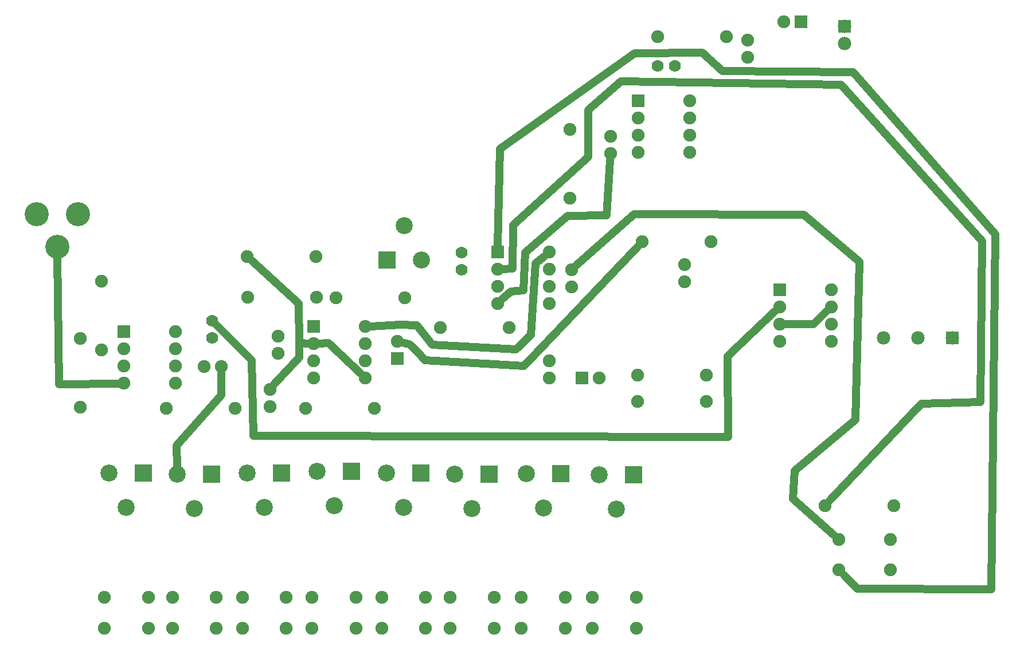
<source format=gtl>
G04 MADE WITH FRITZING*
G04 WWW.FRITZING.ORG*
G04 DOUBLE SIDED*
G04 HOLES PLATED*
G04 CONTOUR ON CENTER OF CONTOUR VECTOR*
%ASAXBY*%
%FSLAX23Y23*%
%MOIN*%
%OFA0B0*%
%SFA1.0B1.0*%
%ADD10C,0.140000*%
%ADD11C,0.075000*%
%ADD12C,0.070000*%
%ADD13C,0.078000*%
%ADD14C,0.099000*%
%ADD15R,0.075000X0.075000*%
%ADD16R,0.078000X0.078000*%
%ADD17R,0.099000X0.099000*%
%ADD18C,0.048000*%
%LNCOPPER1*%
G90*
G70*
G54D10*
X492Y3156D03*
X252Y3156D03*
X372Y2966D03*
G54D11*
X760Y2471D03*
X1060Y2471D03*
X760Y2371D03*
X1060Y2371D03*
X760Y2271D03*
X1060Y2271D03*
X760Y2171D03*
X1060Y2171D03*
X1865Y2502D03*
X2165Y2502D03*
X1865Y2402D03*
X2165Y2402D03*
X1865Y2302D03*
X2165Y2302D03*
X1865Y2202D03*
X2165Y2202D03*
X4572Y2715D03*
X4872Y2715D03*
X4572Y2615D03*
X4872Y2615D03*
X4572Y2515D03*
X4872Y2515D03*
X4572Y2415D03*
X4872Y2415D03*
X2932Y2936D03*
X3232Y2936D03*
X2932Y2836D03*
X3232Y2836D03*
X2932Y2736D03*
X3232Y2736D03*
X2932Y2636D03*
X3232Y2636D03*
X3751Y3815D03*
X4051Y3815D03*
X3751Y3715D03*
X4051Y3715D03*
X3751Y3615D03*
X4051Y3615D03*
X3751Y3515D03*
X4051Y3515D03*
X3741Y746D03*
X3485Y746D03*
X3741Y924D03*
X3485Y924D03*
X3327Y746D03*
X3071Y746D03*
X3327Y924D03*
X3071Y924D03*
X2912Y746D03*
X2656Y746D03*
X2912Y924D03*
X2656Y924D03*
X2515Y746D03*
X2259Y746D03*
X2515Y924D03*
X2259Y924D03*
X2111Y746D03*
X1855Y746D03*
X2111Y924D03*
X1855Y924D03*
X1705Y746D03*
X1449Y746D03*
X1705Y924D03*
X1449Y924D03*
X1298Y746D03*
X1043Y746D03*
X1298Y924D03*
X1043Y924D03*
X902Y746D03*
X646Y746D03*
X902Y924D03*
X646Y924D03*
X4262Y4190D03*
X3862Y4190D03*
X1226Y2268D03*
X1326Y2268D03*
X3355Y3649D03*
X3355Y3249D03*
X3589Y3509D03*
X3589Y3609D03*
X1478Y2910D03*
X1878Y2910D03*
X1609Y2034D03*
X1609Y2134D03*
X1006Y2026D03*
X1406Y2026D03*
X1480Y2672D03*
X1880Y2672D03*
X3235Y2202D03*
X3235Y2302D03*
X1657Y2346D03*
X1657Y2446D03*
X506Y2031D03*
X506Y2431D03*
X4388Y4067D03*
X4388Y4167D03*
X3362Y2733D03*
X3362Y2833D03*
X4021Y2861D03*
X4021Y2761D03*
X1818Y2026D03*
X2218Y2026D03*
X630Y2364D03*
X630Y2764D03*
G54D12*
X1274Y2534D03*
X1274Y2434D03*
G54D11*
X3772Y2994D03*
X4172Y2994D03*
X2395Y2668D03*
X1995Y2668D03*
X2351Y2315D03*
X2351Y2415D03*
X3747Y2219D03*
X4147Y2219D03*
X4147Y2065D03*
X3747Y2065D03*
X4698Y4275D03*
X4598Y4275D03*
X3422Y2202D03*
X3522Y2202D03*
G54D13*
X4949Y4247D03*
X4949Y4147D03*
G54D12*
X2724Y2932D03*
X2724Y2831D03*
X3865Y4020D03*
X3965Y4020D03*
G54D11*
X4917Y1263D03*
X5217Y1263D03*
X5237Y1460D03*
X4837Y1460D03*
X4918Y1084D03*
X5218Y1084D03*
X3000Y2496D03*
X2600Y2496D03*
G54D14*
X674Y1649D03*
X874Y1649D03*
X774Y1449D03*
X3099Y1645D03*
X3299Y1645D03*
X3199Y1445D03*
X3525Y1637D03*
X3725Y1637D03*
X3625Y1437D03*
X2684Y1641D03*
X2884Y1641D03*
X2784Y1441D03*
X2287Y1649D03*
X2487Y1649D03*
X2387Y1449D03*
X1884Y1657D03*
X2084Y1657D03*
X1984Y1457D03*
X1477Y1649D03*
X1677Y1649D03*
X1577Y1449D03*
X1071Y1641D03*
X1271Y1641D03*
X1171Y1441D03*
G54D13*
X5576Y2436D03*
X5376Y2436D03*
X5176Y2436D03*
G54D14*
X2489Y2887D03*
X2289Y2887D03*
X2389Y3087D03*
G54D15*
X760Y2471D03*
X1865Y2502D03*
X4572Y2715D03*
X2932Y2936D03*
X3751Y3815D03*
X2351Y2315D03*
X4698Y4275D03*
X3422Y2202D03*
G54D16*
X4949Y4247D03*
G54D17*
X874Y1649D03*
X3299Y1645D03*
X3725Y1637D03*
X2884Y1641D03*
X2487Y1649D03*
X2084Y1657D03*
X1677Y1649D03*
X1271Y1641D03*
G54D16*
X5576Y2436D03*
G54D17*
X2289Y2887D03*
G54D18*
X1780Y2323D02*
X1635Y2164D01*
D02*
X1780Y2411D02*
X1780Y2323D01*
D02*
X1780Y2405D02*
X1837Y2403D01*
D02*
X1837Y2403D02*
X1790Y2404D01*
D02*
X1790Y2404D02*
X1780Y2411D01*
D02*
X1069Y1684D02*
X1066Y1809D01*
D02*
X1328Y2102D02*
X1327Y2228D01*
D02*
X1066Y1809D02*
X1328Y2102D01*
D02*
X1776Y2635D02*
X1780Y2405D01*
D02*
X3009Y2705D02*
X2961Y2662D01*
D02*
X3087Y2271D02*
X2511Y2306D01*
D02*
X3752Y2973D02*
X3087Y2271D01*
D02*
X2466Y2356D02*
X2419Y2398D01*
D02*
X2419Y2398D02*
X2390Y2405D01*
D02*
X2511Y2306D02*
X2466Y2356D01*
D02*
X3127Y2453D02*
X3154Y2867D01*
D02*
X3154Y2867D02*
X3202Y2909D01*
D02*
X3041Y2369D02*
X3127Y2453D01*
D02*
X2555Y2395D02*
X3041Y2369D01*
D02*
X2194Y2503D02*
X2367Y2513D01*
D02*
X2464Y2509D02*
X2555Y2395D01*
D02*
X2367Y2513D02*
X2464Y2509D01*
D02*
X4270Y2329D02*
X4273Y1859D01*
D02*
X4273Y1859D02*
X1514Y1864D01*
D02*
X1514Y1864D02*
X1505Y2304D01*
D02*
X4551Y2595D02*
X4270Y2329D01*
D02*
X1505Y2304D02*
X1293Y2516D01*
D02*
X2144Y2222D02*
X1950Y2404D01*
D02*
X1950Y2404D02*
X1894Y2403D01*
D02*
X1499Y2890D02*
X1776Y2635D01*
D02*
X5036Y2880D02*
X4714Y3152D01*
D02*
X4770Y2515D02*
X4600Y2515D01*
D02*
X5024Y976D02*
X5803Y972D01*
D02*
X5803Y972D02*
X5827Y3039D01*
D02*
X5827Y3039D02*
X5000Y3982D01*
D02*
X5000Y3982D02*
X4240Y3989D01*
D02*
X4240Y3989D02*
X4124Y4095D01*
D02*
X4124Y4095D02*
X3731Y4092D01*
D02*
X3731Y4092D02*
X2947Y3534D01*
D02*
X4946Y1055D02*
X5024Y976D01*
D02*
X2947Y3534D02*
X2933Y2975D01*
D02*
X4659Y1662D02*
X5012Y1958D01*
D02*
X5012Y1958D02*
X5036Y2880D01*
D02*
X4650Y1500D02*
X4659Y1662D01*
D02*
X4714Y3152D02*
X3728Y3155D01*
D02*
X4887Y1290D02*
X4650Y1500D01*
D02*
X3728Y3155D02*
X3384Y2852D01*
D02*
X3021Y2837D02*
X2960Y2836D01*
D02*
X3024Y3092D02*
X3021Y2837D01*
D02*
X3459Y3487D02*
X3024Y3092D01*
D02*
X3459Y3763D02*
X3459Y3487D01*
D02*
X3650Y3929D02*
X3459Y3763D01*
D02*
X4929Y3908D02*
X3650Y3929D01*
D02*
X5749Y3000D02*
X4929Y3908D01*
D02*
X5739Y2063D02*
X5749Y3000D01*
D02*
X4865Y1489D02*
X5396Y2052D01*
D02*
X5396Y2052D02*
X5739Y2063D01*
D02*
X3566Y3148D02*
X3339Y3144D01*
D02*
X3339Y3144D02*
X3092Y2932D01*
D02*
X3092Y2932D02*
X3083Y2712D01*
D02*
X3083Y2712D02*
X3009Y2705D01*
D02*
X3586Y3469D02*
X3566Y3148D01*
D02*
X373Y2905D02*
X385Y2164D01*
D02*
X385Y2164D02*
X732Y2170D01*
D02*
X4851Y2595D02*
X4770Y2515D01*
G04 End of Copper1*
M02*
</source>
